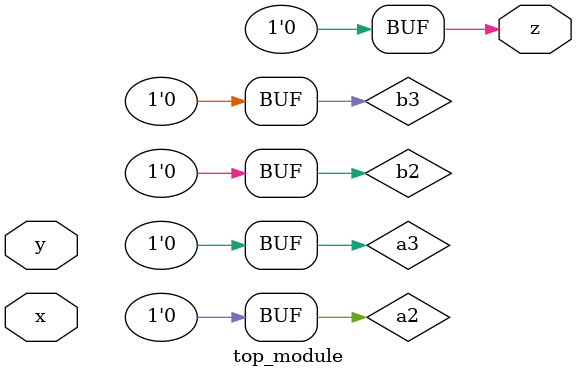
<source format=sv>
module top_module(
	input x,
	input y,
	output z);

	// Declare internal signals
	wire a1, b1, a2, b2, a3, b3;

	// Instantiate logic gates
	and gate1(a1, x, y);
	and gate2(b1, y, x);
	and gate3(z, a3, b3);

	// Connecting gates
	and gate4(a2, a1, 1'b0);
	and gate5(b2, b1, 1'b0);
	and gate6(a3, a2, 1'b0);
	and gate7(b3, b2, 1'b0);

endmodule

</source>
